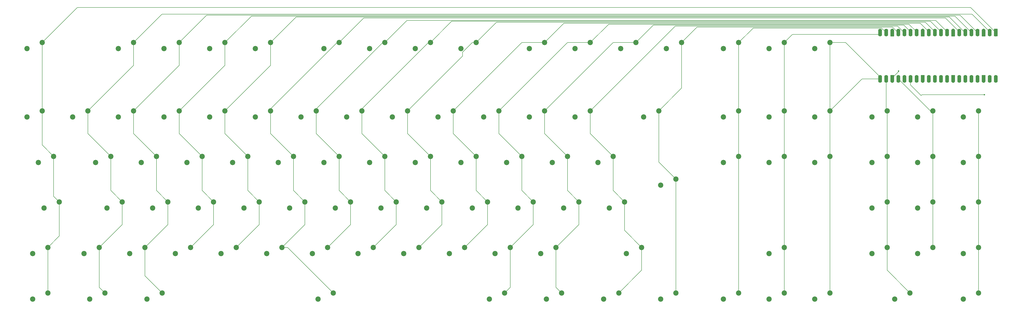
<source format=gbr>
%TF.GenerationSoftware,KiCad,Pcbnew,9.0.6*%
%TF.CreationDate,2026-01-11T11:58:47+00:00*%
%TF.ProjectId,keebv3,6b656562-7633-42e6-9b69-6361645f7063,rev?*%
%TF.SameCoordinates,Original*%
%TF.FileFunction,Copper,L1,Top*%
%TF.FilePolarity,Positive*%
%FSLAX46Y46*%
G04 Gerber Fmt 4.6, Leading zero omitted, Abs format (unit mm)*
G04 Created by KiCad (PCBNEW 9.0.6) date 2026-01-11 11:58:47*
%MOMM*%
%LPD*%
G01*
G04 APERTURE LIST*
G04 Aperture macros list*
%AMRoundRect*
0 Rectangle with rounded corners*
0 $1 Rounding radius*
0 $2 $3 $4 $5 $6 $7 $8 $9 X,Y pos of 4 corners*
0 Add a 4 corners polygon primitive as box body*
4,1,4,$2,$3,$4,$5,$6,$7,$8,$9,$2,$3,0*
0 Add four circle primitives for the rounded corners*
1,1,$1+$1,$2,$3*
1,1,$1+$1,$4,$5*
1,1,$1+$1,$6,$7*
1,1,$1+$1,$8,$9*
0 Add four rect primitives between the rounded corners*
20,1,$1+$1,$2,$3,$4,$5,0*
20,1,$1+$1,$4,$5,$6,$7,0*
20,1,$1+$1,$6,$7,$8,$9,0*
20,1,$1+$1,$8,$9,$2,$3,0*%
%AMFreePoly0*
4,1,37,0.800000,0.796148,0.878414,0.796148,1.032228,0.765552,1.177117,0.705537,1.307515,0.618408,1.418408,0.507515,1.505537,0.377117,1.565552,0.232228,1.596148,0.078414,1.596148,-0.078414,1.565552,-0.232228,1.505537,-0.377117,1.418408,-0.507515,1.307515,-0.618408,1.177117,-0.705537,1.032228,-0.765552,0.878414,-0.796148,0.800000,-0.796148,0.800000,-0.800000,-1.400000,-0.800000,
-1.403843,-0.796157,-1.439018,-0.796157,-1.511114,-0.766294,-1.566294,-0.711114,-1.596157,-0.639018,-1.596157,-0.603843,-1.600000,-0.600000,-1.600000,0.600000,-1.596157,0.603843,-1.596157,0.639018,-1.566294,0.711114,-1.511114,0.766294,-1.439018,0.796157,-1.403843,0.796157,-1.400000,0.800000,0.800000,0.800000,0.800000,0.796148,0.800000,0.796148,$1*%
%AMFreePoly1*
4,1,37,1.403843,0.796157,1.439018,0.796157,1.511114,0.766294,1.566294,0.711114,1.596157,0.639018,1.596157,0.603843,1.600000,0.600000,1.600000,-0.600000,1.596157,-0.603843,1.596157,-0.639018,1.566294,-0.711114,1.511114,-0.766294,1.439018,-0.796157,1.403843,-0.796157,1.400000,-0.800000,-0.800000,-0.800000,-0.800000,-0.796148,-0.878414,-0.796148,-1.032228,-0.765552,-1.177117,-0.705537,
-1.307515,-0.618408,-1.418408,-0.507515,-1.505537,-0.377117,-1.565552,-0.232228,-1.596148,-0.078414,-1.596148,0.078414,-1.565552,0.232228,-1.505537,0.377117,-1.418408,0.507515,-1.307515,0.618408,-1.177117,0.705537,-1.032228,0.765552,-0.878414,0.796148,-0.800000,0.796148,-0.800000,0.800000,1.400000,0.800000,1.403843,0.796157,1.403843,0.796157,$1*%
%AMFreePoly2*
4,1,37,0.603843,0.796157,0.639018,0.796157,0.711114,0.766294,0.766294,0.711114,0.796157,0.639018,0.796157,0.603843,0.800000,0.600000,0.800000,-0.600000,0.796157,-0.603843,0.796157,-0.639018,0.766294,-0.711114,0.711114,-0.766294,0.639018,-0.796157,0.603843,-0.796157,0.600000,-0.800000,0.000000,-0.800000,0.000000,-0.796148,-0.078414,-0.796148,-0.232228,-0.765552,-0.377117,-0.705537,
-0.507515,-0.618408,-0.618408,-0.507515,-0.705537,-0.377117,-0.765552,-0.232228,-0.796148,-0.078414,-0.796148,0.078414,-0.765552,0.232228,-0.705537,0.377117,-0.618408,0.507515,-0.507515,0.618408,-0.377117,0.705537,-0.232228,0.765552,-0.078414,0.796148,0.000000,0.796148,0.000000,0.800000,0.600000,0.800000,0.603843,0.796157,0.603843,0.796157,$1*%
%AMFreePoly3*
4,1,37,0.000000,0.796148,0.078414,0.796148,0.232228,0.765552,0.377117,0.705537,0.507515,0.618408,0.618408,0.507515,0.705537,0.377117,0.765552,0.232228,0.796148,0.078414,0.796148,-0.078414,0.765552,-0.232228,0.705537,-0.377117,0.618408,-0.507515,0.507515,-0.618408,0.377117,-0.705537,0.232228,-0.765552,0.078414,-0.796148,0.000000,-0.796148,0.000000,-0.800000,-0.600000,-0.800000,
-0.603843,-0.796157,-0.639018,-0.796157,-0.711114,-0.766294,-0.766294,-0.711114,-0.796157,-0.639018,-0.796157,-0.603843,-0.800000,-0.600000,-0.800000,0.600000,-0.796157,0.603843,-0.796157,0.639018,-0.766294,0.711114,-0.711114,0.766294,-0.639018,0.796157,-0.603843,0.796157,-0.600000,0.800000,0.000000,0.800000,0.000000,0.796148,0.000000,0.796148,$1*%
G04 Aperture macros list end*
%TA.AperFunction,ComponentPad*%
%ADD10C,2.200000*%
%TD*%
%TA.AperFunction,SMDPad,CuDef*%
%ADD11FreePoly0,270.000000*%
%TD*%
%TA.AperFunction,ComponentPad*%
%ADD12RoundRect,0.200000X-0.600000X0.600000X-0.600000X-0.600000X0.600000X-0.600000X0.600000X0.600000X0*%
%TD*%
%TA.AperFunction,SMDPad,CuDef*%
%ADD13RoundRect,0.800000X-0.000010X0.800000X-0.000010X-0.800000X0.000010X-0.800000X0.000010X0.800000X0*%
%TD*%
%TA.AperFunction,ComponentPad*%
%ADD14C,1.600000*%
%TD*%
%TA.AperFunction,SMDPad,CuDef*%
%ADD15FreePoly1,270.000000*%
%TD*%
%TA.AperFunction,ComponentPad*%
%ADD16FreePoly2,270.000000*%
%TD*%
%TA.AperFunction,ComponentPad*%
%ADD17FreePoly3,270.000000*%
%TD*%
%TA.AperFunction,ViaPad*%
%ADD18C,0.600000*%
%TD*%
%TA.AperFunction,Conductor*%
%ADD19C,0.200000*%
%TD*%
G04 APERTURE END LIST*
D10*
%TO.P,MX29,1,1*%
%TO.N,/COL 12*%
X266700000Y-66675000D03*
%TO.P,MX29,2,2*%
%TO.N,Net-(D29-A)*%
X260350000Y-69215000D03*
%TD*%
%TO.P,MX10,1,1*%
%TO.N,/COL 9*%
X247650000Y-38100000D03*
%TO.P,MX10,2,2*%
%TO.N,Net-(D10-A)*%
X241300000Y-40640000D03*
%TD*%
%TO.P,MX39,1,1*%
%TO.N,/COL 2*%
X85725000Y-85725000D03*
%TO.P,MX39,2,2*%
%TO.N,Net-(D39-A)*%
X79375000Y-88265000D03*
%TD*%
%TO.P,MX31,1,1*%
%TO.N,/COL 14*%
X328612500Y-66675000D03*
%TO.P,MX31,2,2*%
%TO.N,Net-(D31-A)*%
X322262500Y-69215000D03*
%TD*%
%TO.P,MX72,1,1*%
%TO.N,/COL 19*%
X428625000Y-104775000D03*
%TO.P,MX72,2,2*%
%TO.N,Net-(D72-A)*%
X422275000Y-107315000D03*
%TD*%
%TO.P,MX15,1,1*%
%TO.N,/COL 15*%
X347662500Y-38100000D03*
%TO.P,MX15,2,2*%
%TO.N,Net-(D15-A)*%
X341312500Y-40640000D03*
%TD*%
%TO.P,MX48,1,1*%
%TO.N,/COL 11*%
X257175000Y-85725000D03*
%TO.P,MX48,2,2*%
%TO.N,Net-(D48-A)*%
X250825000Y-88265000D03*
%TD*%
%TO.P,MX40,1,1*%
%TO.N,/COL 3*%
X104775000Y-85725000D03*
%TO.P,MX40,2,2*%
%TO.N,Net-(D40-A)*%
X98425000Y-88265000D03*
%TD*%
%TO.P,MX42,1,1*%
%TO.N,/COL 5*%
X142875000Y-85725000D03*
%TO.P,MX42,2,2*%
%TO.N,Net-(D42-A)*%
X136525000Y-88265000D03*
%TD*%
%TO.P,MX24,1,1*%
%TO.N,/COL 7*%
X171450000Y-66675000D03*
%TO.P,MX24,2,2*%
%TO.N,Net-(D24-A)*%
X165100000Y-69215000D03*
%TD*%
%TO.P,MX4,1,1*%
%TO.N,/COL 3*%
X114300000Y-38100000D03*
%TO.P,MX4,2,2*%
%TO.N,Net-(D4-A)*%
X107950000Y-40640000D03*
%TD*%
%TO.P,MX95,1,1*%
%TO.N,/COL 11*%
X254793750Y-142875000D03*
%TO.P,MX95,2,2*%
%TO.N,Net-(D95-A)*%
X248443750Y-145415000D03*
%TD*%
%TO.P,MX35,1,1*%
%TO.N,/COL 18*%
X409575000Y-66675000D03*
%TO.P,MX35,2,2*%
%TO.N,Net-(D35-A)*%
X403225000Y-69215000D03*
%TD*%
D11*
%TO.P,A1,1,GPIO0*%
%TO.N,/COL 0*%
X435850000Y-33940000D03*
D12*
X435850000Y-34740000D03*
D13*
%TO.P,A1,2,GPIO1*%
%TO.N,/COL 1*%
X433310000Y-33940000D03*
D14*
X433310000Y-34740000D03*
D15*
%TO.P,A1,3,GND*%
%TO.N,Net-(A1-GND-Pad13)*%
X430770000Y-33940000D03*
D16*
X430770000Y-34740000D03*
D13*
%TO.P,A1,4,GPIO2*%
%TO.N,/COL 2*%
X428230000Y-33940000D03*
D14*
X428230000Y-34740000D03*
D13*
%TO.P,A1,5,GPIO3*%
%TO.N,/COL 3*%
X425690000Y-33940000D03*
D14*
X425690000Y-34740000D03*
D13*
%TO.P,A1,6,GPIO4*%
%TO.N,/COL 4*%
X423150000Y-33940000D03*
D14*
X423150000Y-34740000D03*
D13*
%TO.P,A1,7,GPIO5*%
%TO.N,/COL 5*%
X420610000Y-33940000D03*
D14*
X420610000Y-34740000D03*
D15*
%TO.P,A1,8,GND*%
%TO.N,Net-(A1-GND-Pad13)*%
X418070000Y-33940000D03*
D16*
X418070000Y-34740000D03*
D13*
%TO.P,A1,9,GPIO6*%
%TO.N,/COL 6*%
X415530000Y-33940000D03*
D14*
X415530000Y-34740000D03*
D13*
%TO.P,A1,10,GPIO7*%
%TO.N,/COL 7*%
X412990000Y-33940000D03*
D14*
X412990000Y-34740000D03*
D13*
%TO.P,A1,11,GPIO8*%
%TO.N,/COL 8*%
X410450000Y-33940000D03*
D14*
X410450000Y-34740000D03*
D13*
%TO.P,A1,12,GPIO9*%
%TO.N,/COL 9*%
X407910000Y-33940000D03*
D14*
X407910000Y-34740000D03*
D15*
%TO.P,A1,13,GND*%
%TO.N,Net-(A1-GND-Pad13)*%
X405370000Y-33940000D03*
D16*
X405370000Y-34740000D03*
D13*
%TO.P,A1,14,GPIO10*%
%TO.N,/COL 10*%
X402830000Y-33940000D03*
D14*
X402830000Y-34740000D03*
D13*
%TO.P,A1,15,GPIO11*%
%TO.N,/COL 11*%
X400290000Y-33940000D03*
D14*
X400290000Y-34740000D03*
D13*
%TO.P,A1,16,GPIO12*%
%TO.N,/COL 12*%
X397750000Y-33940000D03*
D14*
X397750000Y-34740000D03*
D13*
%TO.P,A1,17,GPIO13*%
%TO.N,/COL 13*%
X395210000Y-33940000D03*
D14*
X395210000Y-34740000D03*
D15*
%TO.P,A1,18,GND*%
%TO.N,Net-(A1-GND-Pad13)*%
X392670000Y-33940000D03*
D16*
X392670000Y-34740000D03*
D13*
%TO.P,A1,19,GPIO14*%
%TO.N,/COL 14*%
X390130000Y-33940000D03*
D14*
X390130000Y-34740000D03*
D13*
%TO.P,A1,20,GPIO15*%
%TO.N,/COL 15*%
X387590000Y-33940000D03*
D14*
X387590000Y-34740000D03*
%TO.P,A1,21,GPIO16*%
%TO.N,/COL 16*%
X387590000Y-52520000D03*
D13*
X387590000Y-53320000D03*
D14*
%TO.P,A1,22,GPIO17*%
%TO.N,/COL 17*%
X390130000Y-52520000D03*
D13*
X390130000Y-53320000D03*
D17*
%TO.P,A1,23,GND*%
%TO.N,Net-(A1-GND-Pad13)*%
X392670000Y-52520000D03*
D11*
X392670000Y-53320000D03*
D14*
%TO.P,A1,24,GPIO18*%
%TO.N,/COL 18*%
X395210000Y-52520000D03*
D13*
X395210000Y-53320000D03*
D14*
%TO.P,A1,25,GPIO19*%
%TO.N,/COL 19*%
X397750000Y-52520000D03*
D13*
X397750000Y-53320000D03*
D14*
%TO.P,A1,26,GPIO20*%
%TO.N,/ROW 5*%
X400290000Y-52520000D03*
D13*
X400290000Y-53320000D03*
D14*
%TO.P,A1,27,GPIO21*%
%TO.N,/ROW 0*%
X402830000Y-52520000D03*
D13*
X402830000Y-53320000D03*
D17*
%TO.P,A1,28,GND*%
%TO.N,Net-(A1-GND-Pad13)*%
X405370000Y-52520000D03*
D11*
X405370000Y-53320000D03*
D14*
%TO.P,A1,29,GPIO22*%
%TO.N,/ROW 1*%
X407910000Y-52520000D03*
D13*
X407910000Y-53320000D03*
D14*
%TO.P,A1,30,RUN*%
%TO.N,unconnected-(A1-RUN-Pad30)*%
X410450000Y-52520000D03*
D13*
X410450000Y-53320000D03*
D14*
%TO.P,A1,31,GPIO26_ADC0*%
%TO.N,/ROW 2*%
X412990000Y-52520000D03*
D13*
X412990000Y-53320000D03*
D14*
%TO.P,A1,32,GPIO27_ADC1*%
%TO.N,/ROW 3*%
X415530000Y-52520000D03*
D13*
X415530000Y-53320000D03*
D17*
%TO.P,A1,33,AGND*%
%TO.N,unconnected-(A1-AGND-Pad33)*%
X418070000Y-52520000D03*
D11*
X418070000Y-53320000D03*
D14*
%TO.P,A1,34,GPIO28_ADC2*%
%TO.N,/ROW 4*%
X420610000Y-52520000D03*
D13*
X420610000Y-53320000D03*
D14*
%TO.P,A1,35,ADC_VREF*%
%TO.N,unconnected-(A1-ADC_VREF-Pad35)*%
X423150000Y-52520000D03*
D13*
X423150000Y-53320000D03*
D14*
%TO.P,A1,36,3V3*%
%TO.N,unconnected-(A1-3V3-Pad36)*%
X425690000Y-52520000D03*
D13*
X425690000Y-53320000D03*
D14*
%TO.P,A1,37,3V3_EN*%
%TO.N,unconnected-(A1-3V3_EN-Pad37)*%
X428230000Y-52520000D03*
D13*
X428230000Y-53320000D03*
D17*
%TO.P,A1,38,GND*%
%TO.N,Net-(A1-GND-Pad13)*%
X430770000Y-52520000D03*
D11*
X430770000Y-53320000D03*
D14*
%TO.P,A1,39,VSYS*%
%TO.N,unconnected-(A1-VSYS-Pad39)*%
X433310000Y-52520000D03*
D13*
X433310000Y-53320000D03*
D14*
%TO.P,A1,40,VBUS*%
%TO.N,unconnected-(A1-VBUS-Pad40)*%
X435850000Y-52520000D03*
D13*
X435850000Y-53320000D03*
%TD*%
D10*
%TO.P,MX89,1,1*%
%TO.N,/COL 19*%
X428625000Y-123825000D03*
%TO.P,MX89,2,2*%
%TO.N,Net-(D89-A)*%
X422275000Y-126365000D03*
%TD*%
%TO.P,MX75,1,1*%
%TO.N,/COL 2*%
X80962500Y-123825000D03*
%TO.P,MX75,2,2*%
%TO.N,Net-(D75-A)*%
X74612500Y-126365000D03*
%TD*%
%TO.P,MX63,1,1*%
%TO.N,/COL 6*%
X166687500Y-104775000D03*
%TO.P,MX63,2,2*%
%TO.N,Net-(D63-A)*%
X160337500Y-107315000D03*
%TD*%
%TO.P,MX46,1,1*%
%TO.N,/COL 9*%
X219075000Y-85725000D03*
%TO.P,MX46,2,2*%
%TO.N,Net-(D46-A)*%
X212725000Y-88265000D03*
%TD*%
%TO.P,MX91,1,1*%
%TO.N,/COL 1*%
X64293750Y-142875000D03*
%TO.P,MX91,2,2*%
%TO.N,Net-(D91-A)*%
X57943750Y-145415000D03*
%TD*%
%TO.P,MX23,1,1*%
%TO.N,/COL 6*%
X152400000Y-66675000D03*
%TO.P,MX23,2,2*%
%TO.N,Net-(D23-A)*%
X146050000Y-69215000D03*
%TD*%
%TO.P,MX1,1,1*%
%TO.N,/COL 0*%
X38100000Y-38100000D03*
%TO.P,MX1,2,2*%
%TO.N,Net-(D1-A)*%
X31750000Y-40640000D03*
%TD*%
%TO.P,MX5,1,1*%
%TO.N,/COL 4*%
X133350000Y-38100000D03*
%TO.P,MX5,2,2*%
%TO.N,Net-(D5-A)*%
X127000000Y-40640000D03*
%TD*%
%TO.P,MX98,1,1*%
%TO.N,/COL 14*%
X328612500Y-142875000D03*
%TO.P,MX98,2,2*%
%TO.N,Net-(D98-A)*%
X322262500Y-145415000D03*
%TD*%
%TO.P,MX22,1,1*%
%TO.N,/COL 5*%
X133350000Y-66675000D03*
%TO.P,MX22,2,2*%
%TO.N,Net-(D22-A)*%
X127000000Y-69215000D03*
%TD*%
%TO.P,MX17,1,1*%
%TO.N,/COL 0*%
X38100000Y-66675000D03*
%TO.P,MX17,2,2*%
%TO.N,Net-(D17-A)*%
X31750000Y-69215000D03*
%TD*%
%TO.P,MX62,1,1*%
%TO.N,/COL 5*%
X147637500Y-104775000D03*
%TO.P,MX62,2,2*%
%TO.N,Net-(D62-A)*%
X141287500Y-107315000D03*
%TD*%
%TO.P,MX78,1,1*%
%TO.N,/COL 5*%
X138112500Y-123825000D03*
%TO.P,MX78,2,2*%
%TO.N,Net-(D78-A)*%
X131762500Y-126365000D03*
%TD*%
%TO.P,MX74,1,1*%
%TO.N,/COL 1*%
X61912500Y-123825000D03*
%TO.P,MX74,2,2*%
%TO.N,Net-(D74-A)*%
X55562500Y-126365000D03*
%TD*%
%TO.P,MX93,1,1*%
%TO.N,/COL 5*%
X159543750Y-142875000D03*
%TO.P,MX93,2,2*%
%TO.N,Net-(D93-A)*%
X153193750Y-145415000D03*
%TD*%
%TO.P,MX25,1,1*%
%TO.N,/COL 8*%
X190500000Y-66675000D03*
%TO.P,MX25,2,2*%
%TO.N,Net-(D25-A)*%
X184150000Y-69215000D03*
%TD*%
%TO.P,MX55,1,1*%
%TO.N,/COL 18*%
X409575000Y-85725000D03*
%TO.P,MX55,2,2*%
%TO.N,Net-(D55-A)*%
X403225000Y-88265000D03*
%TD*%
%TO.P,MX59,1,1*%
%TO.N,/COL 2*%
X90487500Y-104775000D03*
%TO.P,MX59,2,2*%
%TO.N,Net-(D59-A)*%
X84137500Y-107315000D03*
%TD*%
%TO.P,MX81,1,1*%
%TO.N,/COL 8*%
X195262500Y-123825000D03*
%TO.P,MX81,2,2*%
%TO.N,Net-(D81-A)*%
X188912500Y-126365000D03*
%TD*%
%TO.P,MX26,1,1*%
%TO.N,/COL 9*%
X209550000Y-66675000D03*
%TO.P,MX26,2,2*%
%TO.N,Net-(D26-A)*%
X203200000Y-69215000D03*
%TD*%
%TO.P,MX79,1,1*%
%TO.N,/COL 6*%
X157162500Y-123825000D03*
%TO.P,MX79,2,2*%
%TO.N,Net-(D79-A)*%
X150812500Y-126365000D03*
%TD*%
%TO.P,MX11,1,1*%
%TO.N,/COL 10*%
X266700000Y-38100000D03*
%TO.P,MX11,2,2*%
%TO.N,Net-(D11-A)*%
X260350000Y-40640000D03*
%TD*%
%TO.P,MX32,1,1*%
%TO.N,/COL 15*%
X347662500Y-66675000D03*
%TO.P,MX32,2,2*%
%TO.N,Net-(D32-A)*%
X341312500Y-69215000D03*
%TD*%
%TO.P,MX49,1,1*%
%TO.N,/COL 12*%
X276225000Y-85725000D03*
%TO.P,MX49,2,2*%
%TO.N,Net-(D49-A)*%
X269875000Y-88265000D03*
%TD*%
%TO.P,MX27,1,1*%
%TO.N,/COL 10*%
X228600000Y-66675000D03*
%TO.P,MX27,2,2*%
%TO.N,Net-(D27-A)*%
X222250000Y-69215000D03*
%TD*%
%TO.P,MX44,1,1*%
%TO.N,/COL 7*%
X180975000Y-85725000D03*
%TO.P,MX44,2,2*%
%TO.N,Net-(D44-A)*%
X174625000Y-88265000D03*
%TD*%
%TO.P,MX41,1,1*%
%TO.N,/COL 4*%
X123825000Y-85725000D03*
%TO.P,MX41,2,2*%
%TO.N,Net-(D41-A)*%
X117475000Y-88265000D03*
%TD*%
%TO.P,MX96,1,1*%
%TO.N,/COL 12*%
X278606250Y-142875000D03*
%TO.P,MX96,2,2*%
%TO.N,Net-(D96-A)*%
X272256250Y-145415000D03*
%TD*%
%TO.P,MX86,1,1*%
%TO.N,/COL 15*%
X347662500Y-123825000D03*
%TO.P,MX86,2,2*%
%TO.N,Net-(D86-A)*%
X341312500Y-126365000D03*
%TD*%
%TO.P,MX85,1,1*%
%TO.N,/COL 12*%
X288131250Y-123825000D03*
%TO.P,MX85,2,2*%
%TO.N,Net-(D85-A)*%
X281781250Y-126365000D03*
%TD*%
%TO.P,MX71,1,1*%
%TO.N,/COL 18*%
X409575000Y-104775000D03*
%TO.P,MX71,2,2*%
%TO.N,Net-(D71-A)*%
X403225000Y-107315000D03*
%TD*%
%TO.P,MX101,1,1*%
%TO.N,/COL 17*%
X400050000Y-142875000D03*
%TO.P,MX101,2,2*%
%TO.N,Net-(D101-A)*%
X393700000Y-145415000D03*
%TD*%
%TO.P,MX64,1,1*%
%TO.N,/COL 7*%
X185737500Y-104775000D03*
%TO.P,MX64,2,2*%
%TO.N,Net-(D64-A)*%
X179387500Y-107315000D03*
%TD*%
%TO.P,MX56,1,1*%
%TO.N,/COL 19*%
X428625000Y-85725000D03*
%TO.P,MX56,2,2*%
%TO.N,Net-(D56-A)*%
X422275000Y-88265000D03*
%TD*%
%TO.P,MX18,1,1*%
%TO.N,/COL 1*%
X57150000Y-66675000D03*
%TO.P,MX18,2,2*%
%TO.N,Net-(D18-A)*%
X50800000Y-69215000D03*
%TD*%
%TO.P,MX80,1,1*%
%TO.N,/COL 7*%
X176212500Y-123825000D03*
%TO.P,MX80,2,2*%
%TO.N,Net-(D80-A)*%
X169862500Y-126365000D03*
%TD*%
%TO.P,MX6,1,1*%
%TO.N,/COL 5*%
X161925000Y-38100000D03*
%TO.P,MX6,2,2*%
%TO.N,Net-(D6-A)*%
X155575000Y-40640000D03*
%TD*%
%TO.P,MX53,1,1*%
%TO.N,/COL 16*%
X366712500Y-85725000D03*
%TO.P,MX53,2,2*%
%TO.N,Net-(D53-A)*%
X360362500Y-88265000D03*
%TD*%
%TO.P,MX12,1,1*%
%TO.N,/COL 11*%
X285750000Y-38100000D03*
%TO.P,MX12,2,2*%
%TO.N,Net-(D12-A)*%
X279400000Y-40640000D03*
%TD*%
%TO.P,MX94,1,1*%
%TO.N,/COL 10*%
X230981250Y-142875000D03*
%TO.P,MX94,2,2*%
%TO.N,Net-(D94-A)*%
X224631250Y-145415000D03*
%TD*%
%TO.P,MX30,1,1*%
%TO.N,/COL 13*%
X295275000Y-66675000D03*
%TO.P,MX30,2,2*%
%TO.N,Net-(D30-A)*%
X288925000Y-69215000D03*
%TD*%
%TO.P,MX47,1,1*%
%TO.N,/COL 10*%
X238125000Y-85725000D03*
%TO.P,MX47,2,2*%
%TO.N,Net-(D47-A)*%
X231775000Y-88265000D03*
%TD*%
%TO.P,MX82,1,1*%
%TO.N,/COL 9*%
X214312500Y-123825000D03*
%TO.P,MX82,2,2*%
%TO.N,Net-(D82-A)*%
X207962500Y-126365000D03*
%TD*%
%TO.P,MX50,1,1*%
%TO.N,/COL 13*%
X302418750Y-95250000D03*
%TO.P,MX50,2,2*%
%TO.N,Net-(D50-A)*%
X296068750Y-97790000D03*
%TD*%
%TO.P,MX73,1,1*%
%TO.N,/COL 0*%
X40481250Y-123825000D03*
%TO.P,MX73,2,2*%
%TO.N,Net-(D73-A)*%
X34131250Y-126365000D03*
%TD*%
%TO.P,MX92,1,1*%
%TO.N,/COL 2*%
X88106250Y-142875000D03*
%TO.P,MX92,2,2*%
%TO.N,Net-(D92-A)*%
X81756250Y-145415000D03*
%TD*%
%TO.P,MX69,1,1*%
%TO.N,/COL 12*%
X280987500Y-104775000D03*
%TO.P,MX69,2,2*%
%TO.N,Net-(D69-A)*%
X274637500Y-107315000D03*
%TD*%
%TO.P,MX37,1,1*%
%TO.N,/COL 0*%
X42862500Y-85725000D03*
%TO.P,MX37,2,2*%
%TO.N,Net-(D37-A)*%
X36512500Y-88265000D03*
%TD*%
%TO.P,MX60,1,1*%
%TO.N,/COL 3*%
X109537500Y-104775000D03*
%TO.P,MX60,2,2*%
%TO.N,Net-(D60-A)*%
X103187500Y-107315000D03*
%TD*%
%TO.P,MX77,1,1*%
%TO.N,/COL 4*%
X119062500Y-123825000D03*
%TO.P,MX77,2,2*%
%TO.N,Net-(D77-A)*%
X112712500Y-126365000D03*
%TD*%
%TO.P,MX52,1,1*%
%TO.N,/COL 15*%
X347662500Y-85725000D03*
%TO.P,MX52,2,2*%
%TO.N,Net-(D52-A)*%
X341312500Y-88265000D03*
%TD*%
%TO.P,MX28,1,1*%
%TO.N,/COL 11*%
X247650000Y-66675000D03*
%TO.P,MX28,2,2*%
%TO.N,Net-(D28-A)*%
X241300000Y-69215000D03*
%TD*%
%TO.P,MX97,1,1*%
%TO.N,/COL 13*%
X302418750Y-142875000D03*
%TO.P,MX97,2,2*%
%TO.N,Net-(D97-A)*%
X296068750Y-145415000D03*
%TD*%
%TO.P,MX76,1,1*%
%TO.N,/COL 3*%
X100012500Y-123825000D03*
%TO.P,MX76,2,2*%
%TO.N,Net-(D76-A)*%
X93662500Y-126365000D03*
%TD*%
%TO.P,MX8,1,1*%
%TO.N,/COL 7*%
X200025000Y-38100000D03*
%TO.P,MX8,2,2*%
%TO.N,Net-(D8-A)*%
X193675000Y-40640000D03*
%TD*%
%TO.P,MX2,1,1*%
%TO.N,/COL 1*%
X76200000Y-38100000D03*
%TO.P,MX2,2,2*%
%TO.N,Net-(D2-A)*%
X69850000Y-40640000D03*
%TD*%
%TO.P,MX43,1,1*%
%TO.N,/COL 6*%
X161925000Y-85725000D03*
%TO.P,MX43,2,2*%
%TO.N,Net-(D43-A)*%
X155575000Y-88265000D03*
%TD*%
%TO.P,MX33,1,1*%
%TO.N,/COL 16*%
X366712500Y-66675000D03*
%TO.P,MX33,2,2*%
%TO.N,Net-(D33-A)*%
X360362500Y-69215000D03*
%TD*%
%TO.P,MX58,1,1*%
%TO.N,/COL 1*%
X71437500Y-104775000D03*
%TO.P,MX58,2,2*%
%TO.N,Net-(D58-A)*%
X65087500Y-107315000D03*
%TD*%
%TO.P,MX61,1,1*%
%TO.N,/COL 4*%
X128587500Y-104775000D03*
%TO.P,MX61,2,2*%
%TO.N,Net-(D61-A)*%
X122237500Y-107315000D03*
%TD*%
%TO.P,MX88,1,1*%
%TO.N,/COL 18*%
X409575000Y-123825000D03*
%TO.P,MX88,2,2*%
%TO.N,Net-(D88-A)*%
X403225000Y-126365000D03*
%TD*%
%TO.P,MX99,1,1*%
%TO.N,/COL 15*%
X347662500Y-142875000D03*
%TO.P,MX99,2,2*%
%TO.N,Net-(D99-A)*%
X341312500Y-145415000D03*
%TD*%
%TO.P,MX66,1,1*%
%TO.N,/COL 9*%
X223837500Y-104775000D03*
%TO.P,MX66,2,2*%
%TO.N,Net-(D66-A)*%
X217487500Y-107315000D03*
%TD*%
%TO.P,MX38,1,1*%
%TO.N,/COL 1*%
X66675000Y-85725000D03*
%TO.P,MX38,2,2*%
%TO.N,Net-(D38-A)*%
X60325000Y-88265000D03*
%TD*%
%TO.P,MX70,1,1*%
%TO.N,/COL 17*%
X390525000Y-104775000D03*
%TO.P,MX70,2,2*%
%TO.N,Net-(D70-A)*%
X384175000Y-107315000D03*
%TD*%
%TO.P,MX16,1,1*%
%TO.N,/COL 16*%
X366712500Y-38100000D03*
%TO.P,MX16,2,2*%
%TO.N,Net-(D16-A)*%
X360362500Y-40640000D03*
%TD*%
%TO.P,MX20,1,1*%
%TO.N,/COL 3*%
X95250000Y-66675000D03*
%TO.P,MX20,2,2*%
%TO.N,Net-(D20-A)*%
X88900000Y-69215000D03*
%TD*%
%TO.P,MX83,1,1*%
%TO.N,/COL 10*%
X233362500Y-123825000D03*
%TO.P,MX83,2,2*%
%TO.N,Net-(D83-A)*%
X227012500Y-126365000D03*
%TD*%
%TO.P,MX102,1,1*%
%TO.N,/COL 19*%
X428625000Y-142875000D03*
%TO.P,MX102,2,2*%
%TO.N,Net-(D102-A)*%
X422275000Y-145415000D03*
%TD*%
%TO.P,MX90,1,1*%
%TO.N,/COL 0*%
X40481250Y-142875000D03*
%TO.P,MX90,2,2*%
%TO.N,Net-(D90-A)*%
X34131250Y-145415000D03*
%TD*%
%TO.P,MX100,1,1*%
%TO.N,/COL 16*%
X366712500Y-142875000D03*
%TO.P,MX100,2,2*%
%TO.N,Net-(D100-A)*%
X360362500Y-145415000D03*
%TD*%
%TO.P,MX54,1,1*%
%TO.N,/COL 17*%
X390525000Y-85725000D03*
%TO.P,MX54,2,2*%
%TO.N,Net-(D54-A)*%
X384175000Y-88265000D03*
%TD*%
%TO.P,MX13,1,1*%
%TO.N,/COL 13*%
X304800000Y-38100000D03*
%TO.P,MX13,2,2*%
%TO.N,Net-(D13-A)*%
X298450000Y-40640000D03*
%TD*%
%TO.P,MX34,1,1*%
%TO.N,/COL 17*%
X390525000Y-66675000D03*
%TO.P,MX34,2,2*%
%TO.N,Net-(D34-A)*%
X384175000Y-69215000D03*
%TD*%
%TO.P,MX87,1,1*%
%TO.N,/COL 17*%
X390525000Y-123825000D03*
%TO.P,MX87,2,2*%
%TO.N,Net-(D87-A)*%
X384175000Y-126365000D03*
%TD*%
%TO.P,MX3,1,1*%
%TO.N,/COL 2*%
X95250000Y-38100000D03*
%TO.P,MX3,2,2*%
%TO.N,Net-(D3-A)*%
X88900000Y-40640000D03*
%TD*%
%TO.P,MX67,1,1*%
%TO.N,/COL 10*%
X242887500Y-104775000D03*
%TO.P,MX67,2,2*%
%TO.N,Net-(D67-A)*%
X236537500Y-107315000D03*
%TD*%
%TO.P,MX57,1,1*%
%TO.N,/COL 0*%
X45243750Y-104775000D03*
%TO.P,MX57,2,2*%
%TO.N,Net-(D57-A)*%
X38893750Y-107315000D03*
%TD*%
%TO.P,MX14,1,1*%
%TO.N,/COL 14*%
X328612500Y-38100000D03*
%TO.P,MX14,2,2*%
%TO.N,Net-(D14-A)*%
X322262500Y-40640000D03*
%TD*%
%TO.P,MX68,1,1*%
%TO.N,/COL 11*%
X261937500Y-104775000D03*
%TO.P,MX68,2,2*%
%TO.N,Net-(D68-A)*%
X255587500Y-107315000D03*
%TD*%
%TO.P,MX36,1,1*%
%TO.N,/COL 19*%
X428625000Y-66675000D03*
%TO.P,MX36,2,2*%
%TO.N,Net-(D36-A)*%
X422275000Y-69215000D03*
%TD*%
%TO.P,MX9,1,1*%
%TO.N,/COL 8*%
X219075000Y-38100000D03*
%TO.P,MX9,2,2*%
%TO.N,Net-(D9-A)*%
X212725000Y-40640000D03*
%TD*%
%TO.P,MX21,1,1*%
%TO.N,/COL 4*%
X114300000Y-66675000D03*
%TO.P,MX21,2,2*%
%TO.N,Net-(D21-A)*%
X107950000Y-69215000D03*
%TD*%
%TO.P,MX7,1,1*%
%TO.N,/COL 6*%
X180975000Y-38100000D03*
%TO.P,MX7,2,2*%
%TO.N,Net-(D7-A)*%
X174625000Y-40640000D03*
%TD*%
%TO.P,MX84,1,1*%
%TO.N,/COL 11*%
X252412500Y-123825000D03*
%TO.P,MX84,2,2*%
%TO.N,Net-(D84-A)*%
X246062500Y-126365000D03*
%TD*%
%TO.P,MX45,1,1*%
%TO.N,/COL 8*%
X200025000Y-85725000D03*
%TO.P,MX45,2,2*%
%TO.N,Net-(D45-A)*%
X193675000Y-88265000D03*
%TD*%
%TO.P,MX51,1,1*%
%TO.N,/COL 14*%
X328612500Y-85725000D03*
%TO.P,MX51,2,2*%
%TO.N,Net-(D51-A)*%
X322262500Y-88265000D03*
%TD*%
%TO.P,MX65,1,1*%
%TO.N,/COL 8*%
X204787500Y-104775000D03*
%TO.P,MX65,2,2*%
%TO.N,Net-(D65-A)*%
X198437500Y-107315000D03*
%TD*%
%TO.P,MX19,1,1*%
%TO.N,/COL 2*%
X76200000Y-66675000D03*
%TO.P,MX19,2,2*%
%TO.N,Net-(D19-A)*%
X69850000Y-69215000D03*
%TD*%
D18*
%TO.N,Net-(A1-GND-Pad13)*%
X395287500Y-50006250D03*
%TO.N,/ROW 5*%
X431090000Y-59920000D03*
%TD*%
D19*
%TO.N,/COL 16*%
X366712500Y-85725000D02*
X366712500Y-142875000D01*
X380067500Y-53320000D02*
X366712500Y-66675000D01*
X366712500Y-66675000D02*
X366712500Y-85725000D01*
X387590000Y-53320000D02*
X380067500Y-53320000D01*
X380067500Y-53320000D02*
X366712500Y-66675000D01*
X366712500Y-66675000D02*
X366712500Y-85725000D01*
X366712500Y-38100000D02*
X373170000Y-38100000D01*
X366712500Y-38100000D02*
X373170000Y-38100000D01*
X366712500Y-66675000D02*
X366712500Y-85725000D01*
X366712500Y-85725000D02*
X366712500Y-142875000D01*
X366712500Y-66675000D02*
X366712500Y-38100000D01*
X366712500Y-38100000D02*
X366712500Y-66675000D01*
X366712500Y-85725000D02*
X366712500Y-142875000D01*
X366712500Y-85725000D02*
X366712500Y-142875000D01*
X373170000Y-38100000D02*
X387590000Y-52520000D01*
X373170000Y-38100000D02*
X387590000Y-52520000D01*
X387590000Y-53320000D02*
X380067500Y-53320000D01*
X366712500Y-66675000D02*
X366712500Y-85725000D01*
%TO.N,/COL 18*%
X409575000Y-66675000D02*
X409575000Y-85725000D01*
X395210000Y-53320000D02*
X408565000Y-66675000D01*
X409575000Y-66675000D02*
X409575000Y-85725000D01*
X395210000Y-53320000D02*
X408565000Y-66675000D01*
X409575000Y-104775000D02*
X409575000Y-123825000D01*
X409575000Y-104775000D02*
X409575000Y-123825000D01*
X409575000Y-85725000D02*
X409575000Y-104775000D01*
X409575000Y-66675000D02*
X409575000Y-85725000D01*
X409575000Y-85725000D02*
X409575000Y-104775000D01*
X409575000Y-66675000D02*
X409575000Y-85725000D01*
X408565000Y-66675000D02*
X409575000Y-66675000D01*
X409575000Y-104775000D02*
X409575000Y-123825000D01*
X408565000Y-66675000D02*
X409575000Y-66675000D01*
X409575000Y-104775000D02*
X409575000Y-123825000D01*
X409575000Y-85725000D02*
X409575000Y-104775000D01*
X409575000Y-85725000D02*
X409575000Y-104775000D01*
%TO.N,/COL 6*%
X166687500Y-104775000D02*
X166687500Y-114300000D01*
X152400000Y-76200000D02*
X161925000Y-85725000D01*
X161925000Y-85725000D02*
X161925000Y-100012500D01*
X161925000Y-100012500D02*
X166687500Y-104775000D01*
X166687500Y-114300000D02*
X157162500Y-123825000D01*
X161925000Y-100012500D02*
X166687500Y-104775000D01*
X180975000Y-38100000D02*
X190244000Y-28831000D01*
X152400000Y-66675000D02*
X152400000Y-76200000D01*
X161925000Y-100012500D02*
X166687500Y-104775000D01*
X152400000Y-66675000D02*
X152400000Y-65890184D01*
X152400000Y-66675000D02*
X152400000Y-76200000D01*
X161925000Y-85725000D02*
X161925000Y-100012500D01*
X166687500Y-104775000D02*
X166687500Y-114300000D01*
X166687500Y-114300000D02*
X157162500Y-123825000D01*
X190244000Y-28831000D02*
X410752370Y-28831000D01*
X180190184Y-38100000D02*
X180975000Y-38100000D01*
X161925000Y-100012500D02*
X166687500Y-104775000D01*
X152400000Y-76200000D02*
X161925000Y-85725000D01*
X166687500Y-104775000D02*
X166687500Y-114300000D01*
X152400000Y-65890184D02*
X180190184Y-38100000D01*
X166687500Y-114300000D02*
X157162500Y-123825000D01*
X152400000Y-76200000D02*
X161925000Y-85725000D01*
X410752370Y-28831000D02*
X415530000Y-33608630D01*
X166687500Y-114300000D02*
X157162500Y-123825000D01*
X161925000Y-85725000D02*
X161925000Y-100012500D01*
X415530000Y-33608630D02*
X415530000Y-34740000D01*
X152400000Y-76200000D02*
X161925000Y-85725000D01*
X166687500Y-104775000D02*
X166687500Y-114300000D01*
X152400000Y-66675000D02*
X152400000Y-76200000D01*
X152400000Y-66675000D02*
X152400000Y-76200000D01*
X161925000Y-85725000D02*
X161925000Y-100012500D01*
%TO.N,Net-(A1-GND-Pad13)*%
X395287500Y-50006250D02*
X395287500Y-50305336D01*
X393072836Y-52520000D02*
X392670000Y-52520000D01*
X395287500Y-50305336D02*
X393072836Y-52520000D01*
%TO.N,/COL 0*%
X38100000Y-38100000D02*
X38100000Y-66675000D01*
X42862500Y-102393750D02*
X45243750Y-104775000D01*
X38100000Y-80962500D02*
X42862500Y-85725000D01*
X42862500Y-85725000D02*
X42862500Y-102393750D01*
X40481250Y-123825000D02*
X40481250Y-142875000D01*
X38100000Y-38100000D02*
X52750000Y-23450000D01*
X38100000Y-66675000D02*
X38100000Y-80962500D01*
X42862500Y-102393750D02*
X45243750Y-104775000D01*
X38100000Y-80962500D02*
X42862500Y-85725000D01*
X45243750Y-104775000D02*
X45243750Y-119062500D01*
X42862500Y-85725000D02*
X42862500Y-102393750D01*
X42862500Y-102393750D02*
X45243750Y-104775000D01*
X38100000Y-80962500D02*
X42862500Y-85725000D01*
X38100000Y-66675000D02*
X38100000Y-80962500D01*
X52750000Y-23450000D02*
X425360000Y-23450000D01*
X45243750Y-119062500D02*
X40481250Y-123825000D01*
X38100000Y-38100000D02*
X38100000Y-66675000D01*
X425360000Y-23450000D02*
X435850000Y-33940000D01*
X40481250Y-123825000D02*
X40481250Y-142875000D01*
X38100000Y-80962500D02*
X42862500Y-85725000D01*
X45243750Y-104775000D02*
X45243750Y-119062500D01*
X38100000Y-38100000D02*
X38100000Y-66675000D01*
X45243750Y-119062500D02*
X40481250Y-123825000D01*
X40481250Y-123825000D02*
X40481250Y-142875000D01*
X435850000Y-33940000D02*
X435850000Y-34740000D01*
X38100000Y-66675000D02*
X38100000Y-80962500D01*
X38100000Y-38100000D02*
X38100000Y-66675000D01*
X42862500Y-85725000D02*
X42862500Y-102393750D01*
X45243750Y-119062500D02*
X40481250Y-123825000D01*
X45243750Y-104775000D02*
X45243750Y-119062500D01*
X40481250Y-123825000D02*
X40481250Y-142875000D01*
X45243750Y-119062500D02*
X40481250Y-123825000D01*
X42862500Y-102393750D02*
X45243750Y-104775000D01*
X38100000Y-66675000D02*
X38100000Y-80962500D01*
X42862500Y-85725000D02*
X42862500Y-102393750D01*
X45243750Y-104775000D02*
X45243750Y-119062500D01*
%TO.N,/COL 3*%
X109537500Y-104775000D02*
X109537500Y-114300000D01*
X109537500Y-114300000D02*
X100012500Y-123825000D01*
X114300000Y-47625000D02*
X114300000Y-38100000D01*
X104775000Y-100012500D02*
X109537500Y-104775000D01*
X95250000Y-66675000D02*
X95250000Y-76200000D01*
X95250000Y-66675000D02*
X114300000Y-47625000D01*
X95250000Y-76200000D02*
X104775000Y-85725000D01*
X114300000Y-47625000D02*
X114300000Y-38100000D01*
X104775000Y-100012500D02*
X109537500Y-104775000D01*
X109537500Y-114300000D02*
X100012500Y-123825000D01*
X95250000Y-66675000D02*
X95250000Y-76200000D01*
X125342000Y-27058000D02*
X418808000Y-27058000D01*
X418808000Y-27058000D02*
X425690000Y-33940000D01*
X109537500Y-104775000D02*
X109537500Y-114300000D01*
X104775000Y-100012500D02*
X109537500Y-104775000D01*
X95250000Y-66675000D02*
X95250000Y-76200000D01*
X95250000Y-66675000D02*
X114300000Y-47625000D01*
X114300000Y-47625000D02*
X114300000Y-38100000D01*
X104775000Y-85725000D02*
X104775000Y-100012500D01*
X109537500Y-114300000D02*
X100012500Y-123825000D01*
X109537500Y-104775000D02*
X109537500Y-114300000D01*
X95250000Y-66675000D02*
X114300000Y-47625000D01*
X114300000Y-47625000D02*
X114300000Y-38100000D01*
X95250000Y-66675000D02*
X95250000Y-76200000D01*
X104775000Y-85725000D02*
X104775000Y-100012500D01*
X95250000Y-76200000D02*
X104775000Y-85725000D01*
X104775000Y-100012500D02*
X109537500Y-104775000D01*
X114300000Y-38100000D02*
X125342000Y-27058000D01*
X104775000Y-85725000D02*
X104775000Y-100012500D01*
X109537500Y-104775000D02*
X109537500Y-114300000D01*
X109537500Y-114300000D02*
X100012500Y-123825000D01*
X95250000Y-66675000D02*
X114300000Y-47625000D01*
X95250000Y-76200000D02*
X104775000Y-85725000D01*
X95250000Y-76200000D02*
X104775000Y-85725000D01*
X104775000Y-85725000D02*
X104775000Y-100012500D01*
%TO.N,/COL 19*%
X428625000Y-123825000D02*
X428625000Y-142875000D01*
X428625000Y-104775000D02*
X428625000Y-123825000D01*
X428625000Y-85725000D02*
X428625000Y-104775000D01*
X428625000Y-104775000D02*
X428625000Y-123825000D01*
X428625000Y-123825000D02*
X428625000Y-142875000D01*
X428625000Y-123825000D02*
X428625000Y-142875000D01*
X428625000Y-123825000D02*
X428625000Y-142875000D01*
X428625000Y-85725000D02*
X428625000Y-104775000D01*
X428625000Y-104775000D02*
X428625000Y-123825000D01*
X428625000Y-104775000D02*
X428625000Y-123825000D01*
X428625000Y-66675000D02*
X428625000Y-85725000D01*
X428625000Y-85725000D02*
X428625000Y-104775000D01*
X428625000Y-66675000D02*
X428625000Y-85725000D01*
X428625000Y-66675000D02*
X428625000Y-85725000D01*
X428625000Y-85725000D02*
X428625000Y-104775000D01*
X428625000Y-66675000D02*
X428625000Y-85725000D01*
%TO.N,/COL 17*%
X390525000Y-104775000D02*
X390525000Y-123825000D01*
X390525000Y-85725000D02*
X390525000Y-104775000D01*
X390525000Y-133350000D02*
X400050000Y-142875000D01*
X390525000Y-123825000D02*
X390525000Y-133350000D01*
X390525000Y-66675000D02*
X390525000Y-85725000D01*
X390525000Y-104775000D02*
X390525000Y-123825000D01*
X390525000Y-104775000D02*
X390525000Y-123825000D01*
X390525000Y-104775000D02*
X390525000Y-123825000D01*
X390130000Y-66280000D02*
X390525000Y-66675000D01*
X390525000Y-85725000D02*
X390525000Y-104775000D01*
X390525000Y-66675000D02*
X390525000Y-85725000D01*
X390130000Y-53320000D02*
X390130000Y-66280000D01*
X390525000Y-66675000D02*
X390525000Y-85725000D01*
X390525000Y-85725000D02*
X390525000Y-104775000D01*
X390525000Y-133350000D02*
X400050000Y-142875000D01*
X390525000Y-123825000D02*
X390525000Y-133350000D01*
X390525000Y-123825000D02*
X390525000Y-133350000D01*
X390130000Y-66280000D02*
X390525000Y-66675000D01*
X390525000Y-133350000D02*
X400050000Y-142875000D01*
X390525000Y-133350000D02*
X400050000Y-142875000D01*
X390525000Y-123825000D02*
X390525000Y-133350000D01*
X390525000Y-66675000D02*
X390525000Y-85725000D01*
X390130000Y-53320000D02*
X390130000Y-66280000D01*
X390525000Y-85725000D02*
X390525000Y-104775000D01*
%TO.N,/COL 7*%
X171450000Y-66675000D02*
X171450000Y-76200000D01*
X171450000Y-66675000D02*
X171450000Y-76200000D01*
X412990000Y-33608630D02*
X412990000Y-34740000D01*
X180975000Y-100012500D02*
X185737500Y-104775000D01*
X185737500Y-114300000D02*
X176212500Y-123825000D01*
X180975000Y-85725000D02*
X180975000Y-100012500D01*
X185737500Y-104775000D02*
X185737500Y-114300000D01*
X171450000Y-65890184D02*
X199240184Y-38100000D01*
X185737500Y-104775000D02*
X185737500Y-114300000D01*
X171450000Y-76200000D02*
X180975000Y-85725000D01*
X180975000Y-100012500D02*
X185737500Y-104775000D01*
X185737500Y-114300000D02*
X176212500Y-123825000D01*
X185737500Y-114300000D02*
X176212500Y-123825000D01*
X408613370Y-29232000D02*
X412990000Y-33608630D01*
X171450000Y-76200000D02*
X180975000Y-85725000D01*
X180975000Y-85725000D02*
X180975000Y-100012500D01*
X185737500Y-104775000D02*
X185737500Y-114300000D01*
X185737500Y-104775000D02*
X185737500Y-114300000D01*
X180975000Y-100012500D02*
X185737500Y-104775000D01*
X171450000Y-66675000D02*
X171450000Y-65890184D01*
X171450000Y-76200000D02*
X180975000Y-85725000D01*
X171450000Y-66675000D02*
X171450000Y-76200000D01*
X180975000Y-85725000D02*
X180975000Y-100012500D01*
X180975000Y-100012500D02*
X185737500Y-104775000D01*
X180975000Y-85725000D02*
X180975000Y-100012500D01*
X171450000Y-66675000D02*
X171450000Y-76200000D01*
X199240184Y-38100000D02*
X200025000Y-38100000D01*
X185737500Y-114300000D02*
X176212500Y-123825000D01*
X171450000Y-76200000D02*
X180975000Y-85725000D01*
X208893000Y-29232000D02*
X408613370Y-29232000D01*
X200025000Y-38100000D02*
X208893000Y-29232000D01*
%TO.N,/COL 10*%
X257175000Y-38100000D02*
X266700000Y-38100000D01*
X233362500Y-140493750D02*
X230981250Y-142875000D01*
X228600000Y-66675000D02*
X228600000Y-76200000D01*
X238125000Y-100012500D02*
X242887500Y-104775000D01*
X399656370Y-30435000D02*
X402830000Y-33608630D01*
X228600000Y-66675000D02*
X257175000Y-38100000D01*
X233362500Y-140493750D02*
X230981250Y-142875000D01*
X257175000Y-38100000D02*
X266700000Y-38100000D01*
X228600000Y-66675000D02*
X228600000Y-76200000D01*
X228600000Y-66675000D02*
X257175000Y-38100000D01*
X233362500Y-123825000D02*
X233362500Y-140493750D01*
X266700000Y-38100000D02*
X274365000Y-30435000D01*
X228600000Y-76200000D02*
X238125000Y-85725000D01*
X233362500Y-123825000D02*
X233362500Y-140493750D01*
X242887500Y-114300000D02*
X233362500Y-123825000D01*
X228600000Y-66675000D02*
X228600000Y-76200000D01*
X274365000Y-30435000D02*
X399656370Y-30435000D01*
X228600000Y-76200000D02*
X238125000Y-85725000D01*
X238125000Y-100012500D02*
X242887500Y-104775000D01*
X402830000Y-33608630D02*
X402830000Y-34740000D01*
X238125000Y-100012500D02*
X242887500Y-104775000D01*
X242887500Y-114300000D02*
X233362500Y-123825000D01*
X242887500Y-114300000D02*
X233362500Y-123825000D01*
X257175000Y-38100000D02*
X266700000Y-38100000D01*
X238125000Y-85725000D02*
X238125000Y-100012500D01*
X242887500Y-114300000D02*
X233362500Y-123825000D01*
X228600000Y-66675000D02*
X228600000Y-76200000D01*
X238125000Y-85725000D02*
X238125000Y-100012500D01*
X238125000Y-85725000D02*
X238125000Y-100012500D01*
X242887500Y-104775000D02*
X242887500Y-114300000D01*
X233362500Y-140493750D02*
X230981250Y-142875000D01*
X228600000Y-66675000D02*
X257175000Y-38100000D01*
X233362500Y-123825000D02*
X233362500Y-140493750D01*
X238125000Y-100012500D02*
X242887500Y-104775000D01*
X233362500Y-140493750D02*
X230981250Y-142875000D01*
X228600000Y-76200000D02*
X238125000Y-85725000D01*
X257175000Y-38100000D02*
X266700000Y-38100000D01*
X228600000Y-76200000D02*
X238125000Y-85725000D01*
X242887500Y-104775000D02*
X242887500Y-114300000D01*
X238125000Y-85725000D02*
X238125000Y-100012500D01*
X242887500Y-104775000D02*
X242887500Y-114300000D01*
X228600000Y-66675000D02*
X257175000Y-38100000D01*
X233362500Y-123825000D02*
X233362500Y-140493750D01*
X242887500Y-104775000D02*
X242887500Y-114300000D01*
%TO.N,/COL 15*%
X347662500Y-38100000D02*
X347662500Y-66675000D01*
X347662500Y-38100000D02*
X347662500Y-66675000D01*
X347662500Y-85725000D02*
X347662500Y-123825000D01*
X347662500Y-38100000D02*
X351022500Y-34740000D01*
X347662500Y-66675000D02*
X347662500Y-85725000D01*
X347662500Y-66675000D02*
X347662500Y-85725000D01*
X347662500Y-123825000D02*
X347662500Y-142875000D01*
X347662500Y-123825000D02*
X347662500Y-142875000D01*
X347662500Y-66675000D02*
X347662500Y-85725000D01*
X347662500Y-85725000D02*
X347662500Y-123825000D01*
X351022500Y-34740000D02*
X387590000Y-34740000D01*
X347662500Y-38100000D02*
X347662500Y-66675000D01*
X347662500Y-85725000D02*
X347662500Y-123825000D01*
X347662500Y-66675000D02*
X347662500Y-38100000D01*
X347662500Y-85725000D02*
X347662500Y-123825000D01*
X347662500Y-123825000D02*
X347662500Y-142875000D01*
X347662500Y-38100000D02*
X351022500Y-34740000D01*
X347662500Y-123825000D02*
X347662500Y-142875000D01*
X347662500Y-66675000D02*
X347662500Y-85725000D01*
X351022500Y-34740000D02*
X387590000Y-34740000D01*
%TO.N,/COL 14*%
X328612500Y-85725000D02*
X328612500Y-142875000D01*
X328612500Y-66675000D02*
X328612500Y-85725000D01*
X328612500Y-85725000D02*
X328612500Y-142875000D01*
X328612500Y-85725000D02*
X328612500Y-142875000D01*
X328612500Y-66675000D02*
X328612500Y-85725000D01*
X328612500Y-38100000D02*
X328612500Y-66675000D01*
X334673500Y-32039000D02*
X388229000Y-32039000D01*
X328612500Y-38100000D02*
X334673500Y-32039000D01*
X328612500Y-66675000D02*
X328612500Y-85725000D01*
X328612500Y-66675000D02*
X328612500Y-85725000D01*
X328612500Y-38100000D02*
X328612500Y-66675000D01*
X328612500Y-38100000D02*
X328612500Y-66675000D01*
X388229000Y-32039000D02*
X390130000Y-33940000D01*
X390130000Y-33940000D02*
X390130000Y-34740000D01*
X328612500Y-38100000D02*
X328612500Y-66675000D01*
X328612500Y-85725000D02*
X328612500Y-142875000D01*
%TO.N,/COL 11*%
X400290000Y-33608630D02*
X400290000Y-34740000D01*
X261937500Y-104775000D02*
X261937500Y-114300000D01*
X252412500Y-123825000D02*
X252412500Y-140493750D01*
X261937500Y-114300000D02*
X252412500Y-123825000D01*
X261937500Y-104775000D02*
X261937500Y-114300000D01*
X252412500Y-140493750D02*
X254793750Y-142875000D01*
X247650000Y-66675000D02*
X276225000Y-38100000D01*
X276225000Y-38100000D02*
X285750000Y-38100000D01*
X252412500Y-140493750D02*
X254793750Y-142875000D01*
X397517370Y-30836000D02*
X400290000Y-33608630D01*
X252412500Y-140493750D02*
X254793750Y-142875000D01*
X247650000Y-66675000D02*
X276225000Y-38100000D01*
X257175000Y-100012500D02*
X261937500Y-104775000D01*
X247650000Y-76200000D02*
X257175000Y-85725000D01*
X247650000Y-66675000D02*
X247650000Y-76200000D01*
X257175000Y-85725000D02*
X257175000Y-100012500D01*
X293014000Y-30836000D02*
X397517370Y-30836000D01*
X247650000Y-66675000D02*
X276225000Y-38100000D01*
X257175000Y-85725000D02*
X257175000Y-100012500D01*
X257175000Y-85725000D02*
X257175000Y-100012500D01*
X247650000Y-76200000D02*
X257175000Y-85725000D01*
X252412500Y-140493750D02*
X254793750Y-142875000D01*
X276225000Y-38100000D02*
X285750000Y-38100000D01*
X276225000Y-38100000D02*
X285750000Y-38100000D01*
X252412500Y-123825000D02*
X252412500Y-140493750D01*
X285750000Y-38100000D02*
X293014000Y-30836000D01*
X261937500Y-114300000D02*
X252412500Y-123825000D01*
X261937500Y-114300000D02*
X252412500Y-123825000D01*
X257175000Y-100012500D02*
X261937500Y-104775000D01*
X247650000Y-76200000D02*
X257175000Y-85725000D01*
X276225000Y-38100000D02*
X285750000Y-38100000D01*
X257175000Y-100012500D02*
X261937500Y-104775000D01*
X257175000Y-100012500D02*
X261937500Y-104775000D01*
X247650000Y-66675000D02*
X276225000Y-38100000D01*
X261937500Y-114300000D02*
X252412500Y-123825000D01*
X247650000Y-66675000D02*
X247650000Y-76200000D01*
X257175000Y-85725000D02*
X257175000Y-100012500D01*
X261937500Y-104775000D02*
X261937500Y-114300000D01*
X247650000Y-66675000D02*
X247650000Y-76200000D01*
X247650000Y-76200000D02*
X257175000Y-85725000D01*
X247650000Y-66675000D02*
X247650000Y-76200000D01*
X252412500Y-123825000D02*
X252412500Y-140493750D01*
X252412500Y-123825000D02*
X252412500Y-140493750D01*
X261937500Y-104775000D02*
X261937500Y-114300000D01*
%TO.N,/COL 5*%
X147637500Y-104775000D02*
X147637500Y-114300000D01*
X138112500Y-123825000D02*
X140493750Y-123825000D01*
X133350000Y-66675000D02*
X133350000Y-65890184D01*
X133350000Y-66675000D02*
X133350000Y-76200000D01*
X133350000Y-65890184D02*
X161140184Y-38100000D01*
X161140184Y-38100000D02*
X161925000Y-38100000D01*
X147637500Y-104775000D02*
X147637500Y-114300000D01*
X133350000Y-66675000D02*
X133350000Y-76200000D01*
X133350000Y-66675000D02*
X133350000Y-76200000D01*
X147637500Y-114300000D02*
X138112500Y-123825000D01*
X142875000Y-100012500D02*
X147637500Y-104775000D01*
X147637500Y-104775000D02*
X147637500Y-114300000D01*
X133350000Y-76200000D02*
X142875000Y-85725000D01*
X147637500Y-114300000D02*
X138112500Y-123825000D01*
X147637500Y-114300000D02*
X138112500Y-123825000D01*
X140493750Y-123825000D02*
X159543750Y-142875000D01*
X161925000Y-38100000D02*
X172165000Y-27860000D01*
X142875000Y-85725000D02*
X142875000Y-100012500D01*
X138112500Y-123825000D02*
X140493750Y-123825000D01*
X133350000Y-76200000D02*
X142875000Y-85725000D01*
X172165000Y-27860000D02*
X414861370Y-27860000D01*
X140493750Y-123825000D02*
X159543750Y-142875000D01*
X133350000Y-66675000D02*
X133350000Y-76200000D01*
X140493750Y-123825000D02*
X159543750Y-142875000D01*
X142875000Y-85725000D02*
X142875000Y-100012500D01*
X133350000Y-76200000D02*
X142875000Y-85725000D01*
X142875000Y-100012500D02*
X147637500Y-104775000D01*
X142875000Y-85725000D02*
X142875000Y-100012500D01*
X147637500Y-114300000D02*
X138112500Y-123825000D01*
X420610000Y-33608630D02*
X420610000Y-34740000D01*
X147637500Y-104775000D02*
X147637500Y-114300000D01*
X142875000Y-100012500D02*
X147637500Y-104775000D01*
X138112500Y-123825000D02*
X140493750Y-123825000D01*
X138112500Y-123825000D02*
X140493750Y-123825000D01*
X140493750Y-123825000D02*
X159543750Y-142875000D01*
X414861370Y-27860000D02*
X420610000Y-33608630D01*
X133350000Y-76200000D02*
X142875000Y-85725000D01*
X142875000Y-85725000D02*
X142875000Y-100012500D01*
X142875000Y-100012500D02*
X147637500Y-104775000D01*
%TO.N,/COL 8*%
X200025000Y-85725000D02*
X200025000Y-100012500D01*
X213440000Y-42179366D02*
X213440000Y-43735000D01*
X204787500Y-104775000D02*
X204787500Y-114300000D01*
X219075000Y-38100000D02*
X227542000Y-29633000D01*
X200025000Y-100012500D02*
X204787500Y-104775000D01*
X200025000Y-85725000D02*
X200025000Y-100012500D01*
X204787500Y-114300000D02*
X195262500Y-123825000D01*
X204787500Y-114300000D02*
X195262500Y-123825000D01*
X190500000Y-76200000D02*
X200025000Y-85725000D01*
X410450000Y-33608630D02*
X410450000Y-34740000D01*
X406474370Y-29633000D02*
X410450000Y-33608630D01*
X204787500Y-104775000D02*
X204787500Y-114300000D01*
X190500000Y-66675000D02*
X190500000Y-76200000D01*
X204787500Y-114300000D02*
X195262500Y-123825000D01*
X213440000Y-43735000D02*
X190500000Y-66675000D01*
X190500000Y-76200000D02*
X200025000Y-85725000D01*
X190500000Y-76200000D02*
X200025000Y-85725000D01*
X219075000Y-38100000D02*
X217519366Y-38100000D01*
X217519366Y-38100000D02*
X213440000Y-42179366D01*
X200025000Y-100012500D02*
X204787500Y-104775000D01*
X204787500Y-114300000D02*
X195262500Y-123825000D01*
X200025000Y-100012500D02*
X204787500Y-104775000D01*
X190500000Y-76200000D02*
X200025000Y-85725000D01*
X190500000Y-66675000D02*
X190500000Y-76200000D01*
X190500000Y-66675000D02*
X190500000Y-76200000D01*
X200025000Y-85725000D02*
X200025000Y-100012500D01*
X227542000Y-29633000D02*
X406474370Y-29633000D01*
X190500000Y-66675000D02*
X190500000Y-76200000D01*
X204787500Y-104775000D02*
X204787500Y-114300000D01*
X200025000Y-100012500D02*
X204787500Y-104775000D01*
X204787500Y-104775000D02*
X204787500Y-114300000D01*
X200025000Y-85725000D02*
X200025000Y-100012500D01*
%TO.N,/COL 12*%
X280987500Y-116681250D02*
X288131250Y-123825000D01*
X266700000Y-66675000D02*
X266700000Y-76200000D01*
X280987500Y-104775000D02*
X280987500Y-116681250D01*
X280987500Y-116681250D02*
X288131250Y-123825000D01*
X397750000Y-34122950D02*
X394864050Y-31237000D01*
X276225000Y-100012500D02*
X280987500Y-104775000D01*
X266700000Y-66675000D02*
X266700000Y-76200000D01*
X280987500Y-116681250D02*
X288131250Y-123825000D01*
X288131250Y-123825000D02*
X288131250Y-133350000D01*
X266700000Y-66675000D02*
X266700000Y-76200000D01*
X288131250Y-123825000D02*
X288131250Y-133350000D01*
X394864050Y-31237000D02*
X302138000Y-31237000D01*
X280987500Y-104775000D02*
X280987500Y-116681250D01*
X276225000Y-85725000D02*
X276225000Y-100012500D01*
X276225000Y-85725000D02*
X276225000Y-100012500D01*
X288131250Y-123825000D02*
X288131250Y-133350000D01*
X276225000Y-85725000D02*
X276225000Y-100012500D01*
X276225000Y-100012500D02*
X280987500Y-104775000D01*
X266700000Y-76200000D02*
X276225000Y-85725000D01*
X280987500Y-104775000D02*
X280987500Y-116681250D01*
X266700000Y-76200000D02*
X276225000Y-85725000D01*
X288131250Y-133350000D02*
X278606250Y-142875000D01*
X288131250Y-123825000D02*
X288131250Y-133350000D01*
X266700000Y-76200000D02*
X276225000Y-85725000D01*
X280987500Y-104775000D02*
X280987500Y-116681250D01*
X302138000Y-31237000D02*
X266700000Y-66675000D01*
X288131250Y-133350000D02*
X278606250Y-142875000D01*
X276225000Y-85725000D02*
X276225000Y-100012500D01*
X266700000Y-76200000D02*
X276225000Y-85725000D01*
X288131250Y-133350000D02*
X278606250Y-142875000D01*
X288131250Y-133350000D02*
X278606250Y-142875000D01*
X266700000Y-66675000D02*
X266700000Y-76200000D01*
X276225000Y-100012500D02*
X280987500Y-104775000D01*
X397750000Y-34740000D02*
X397750000Y-34122950D01*
X280987500Y-116681250D02*
X288131250Y-123825000D01*
X276225000Y-100012500D02*
X280987500Y-104775000D01*
%TO.N,/COL 2*%
X95250000Y-47625000D02*
X95250000Y-38100000D01*
X80962500Y-135731250D02*
X88106250Y-142875000D01*
X76200000Y-76200000D02*
X85725000Y-85725000D01*
X85725000Y-85725000D02*
X85725000Y-100012500D01*
X85725000Y-100012500D02*
X90487500Y-104775000D01*
X85725000Y-100012500D02*
X90487500Y-104775000D01*
X90487500Y-114300000D02*
X80962500Y-123825000D01*
X90487500Y-114300000D02*
X80962500Y-123825000D01*
X76200000Y-66675000D02*
X76200000Y-76200000D01*
X76200000Y-66675000D02*
X95250000Y-47625000D01*
X85725000Y-100012500D02*
X90487500Y-104775000D01*
X90487500Y-104775000D02*
X90487500Y-114300000D01*
X80962500Y-123825000D02*
X80962500Y-135731250D01*
X90487500Y-104775000D02*
X90487500Y-114300000D01*
X76200000Y-66675000D02*
X76200000Y-76200000D01*
X90487500Y-114300000D02*
X80962500Y-123825000D01*
X95250000Y-47625000D02*
X95250000Y-38100000D01*
X80962500Y-135731250D02*
X88106250Y-142875000D01*
X80962500Y-123825000D02*
X80962500Y-135731250D01*
X90487500Y-114300000D02*
X80962500Y-123825000D01*
X106693000Y-26657000D02*
X95250000Y-38100000D01*
X76200000Y-66675000D02*
X95250000Y-47625000D01*
X76200000Y-66675000D02*
X76200000Y-76200000D01*
X85725000Y-85725000D02*
X85725000Y-100012500D01*
X90487500Y-104775000D02*
X90487500Y-114300000D01*
X85725000Y-85725000D02*
X85725000Y-100012500D01*
X90487500Y-104775000D02*
X90487500Y-114300000D01*
X76200000Y-76200000D02*
X85725000Y-85725000D01*
X85725000Y-85725000D02*
X85725000Y-100012500D01*
X76200000Y-76200000D02*
X85725000Y-85725000D01*
X428230000Y-33940000D02*
X420947000Y-26657000D01*
X76200000Y-76200000D02*
X85725000Y-85725000D01*
X80962500Y-135731250D02*
X88106250Y-142875000D01*
X420947000Y-26657000D02*
X106693000Y-26657000D01*
X95250000Y-47625000D02*
X95250000Y-38100000D01*
X76200000Y-66675000D02*
X76200000Y-76200000D01*
X80962500Y-123825000D02*
X80962500Y-135731250D01*
X76200000Y-66675000D02*
X95250000Y-47625000D01*
X85725000Y-100012500D02*
X90487500Y-104775000D01*
X80962500Y-123825000D02*
X80962500Y-135731250D01*
X95250000Y-47625000D02*
X95250000Y-38100000D01*
X76200000Y-66675000D02*
X95250000Y-47625000D01*
X80962500Y-135731250D02*
X88106250Y-142875000D01*
%TO.N,/COL 9*%
X209550000Y-76200000D02*
X219075000Y-85725000D01*
X209550000Y-66675000D02*
X209550000Y-76200000D01*
X223837500Y-104775000D02*
X223837500Y-114300000D01*
X209550000Y-76200000D02*
X219075000Y-85725000D01*
X209550000Y-66675000D02*
X238125000Y-38100000D01*
X238125000Y-38100000D02*
X247650000Y-38100000D01*
X247650000Y-38100000D02*
X255716000Y-30034000D01*
X209550000Y-66675000D02*
X209550000Y-76200000D01*
X223837500Y-114300000D02*
X214312500Y-123825000D01*
X209550000Y-66675000D02*
X209550000Y-76200000D01*
X219075000Y-100012500D02*
X223837500Y-104775000D01*
X223837500Y-104775000D02*
X223837500Y-114300000D01*
X219075000Y-85725000D02*
X219075000Y-100012500D01*
X219075000Y-85725000D02*
X219075000Y-100012500D01*
X219075000Y-100012500D02*
X223837500Y-104775000D01*
X209550000Y-66675000D02*
X238125000Y-38100000D01*
X223837500Y-104775000D02*
X223837500Y-114300000D01*
X209550000Y-66675000D02*
X238125000Y-38100000D01*
X209550000Y-66675000D02*
X209550000Y-76200000D01*
X209550000Y-76200000D02*
X219075000Y-85725000D01*
X223837500Y-114300000D02*
X214312500Y-123825000D01*
X404335370Y-30034000D02*
X407910000Y-33608630D01*
X209550000Y-66675000D02*
X238125000Y-38100000D01*
X238125000Y-38100000D02*
X247650000Y-38100000D01*
X219075000Y-85725000D02*
X219075000Y-100012500D01*
X407910000Y-33608630D02*
X407910000Y-34740000D01*
X219075000Y-85725000D02*
X219075000Y-100012500D01*
X238125000Y-38100000D02*
X247650000Y-38100000D01*
X238125000Y-38100000D02*
X247650000Y-38100000D01*
X209550000Y-76200000D02*
X219075000Y-85725000D01*
X219075000Y-100012500D02*
X223837500Y-104775000D01*
X219075000Y-100012500D02*
X223837500Y-104775000D01*
X223837500Y-114300000D02*
X214312500Y-123825000D01*
X223837500Y-114300000D02*
X214312500Y-123825000D01*
X223837500Y-104775000D02*
X223837500Y-114300000D01*
X255716000Y-30034000D02*
X404335370Y-30034000D01*
%TO.N,/ROW 5*%
X431090000Y-59920000D02*
X405020000Y-59920000D01*
X405020000Y-59920000D02*
X404660000Y-60280000D01*
X400290000Y-55910000D02*
X400290000Y-52520000D01*
X404660000Y-60280000D02*
X400290000Y-55910000D01*
%TO.N,/COL 4*%
X128587500Y-104775000D02*
X128587500Y-114300000D01*
X123825000Y-85725000D02*
X123825000Y-100012500D01*
X128587500Y-104775000D02*
X128587500Y-114300000D01*
X416486050Y-27459000D02*
X143991000Y-27459000D01*
X123825000Y-85725000D02*
X123825000Y-100012500D01*
X114300000Y-66675000D02*
X133350000Y-47625000D01*
X114300000Y-76200000D02*
X123825000Y-85725000D01*
X128587500Y-104775000D02*
X128587500Y-114300000D01*
X128587500Y-114300000D02*
X119062500Y-123825000D01*
X128587500Y-114300000D02*
X119062500Y-123825000D01*
X423150000Y-34122950D02*
X416486050Y-27459000D01*
X133350000Y-47625000D02*
X133350000Y-38100000D01*
X114300000Y-66675000D02*
X114300000Y-76200000D01*
X114300000Y-76200000D02*
X123825000Y-85725000D01*
X123825000Y-85725000D02*
X123825000Y-100012500D01*
X123825000Y-85725000D02*
X123825000Y-100012500D01*
X123825000Y-100012500D02*
X128587500Y-104775000D01*
X128587500Y-104775000D02*
X128587500Y-114300000D01*
X114300000Y-66675000D02*
X114300000Y-76200000D01*
X114300000Y-66675000D02*
X133350000Y-47625000D01*
X123825000Y-100012500D02*
X128587500Y-104775000D01*
X423150000Y-34740000D02*
X423150000Y-34122950D01*
X114300000Y-76200000D02*
X123825000Y-85725000D01*
X128587500Y-114300000D02*
X119062500Y-123825000D01*
X133350000Y-47625000D02*
X133350000Y-38100000D01*
X114300000Y-66675000D02*
X114300000Y-76200000D01*
X143991000Y-27459000D02*
X133350000Y-38100000D01*
X114300000Y-66675000D02*
X133350000Y-47625000D01*
X123825000Y-100012500D02*
X128587500Y-104775000D01*
X114300000Y-66675000D02*
X114300000Y-76200000D01*
X123825000Y-100012500D02*
X128587500Y-104775000D01*
X133350000Y-47625000D02*
X133350000Y-38100000D01*
X128587500Y-114300000D02*
X119062500Y-123825000D01*
X133350000Y-47625000D02*
X133350000Y-38100000D01*
X114300000Y-76200000D02*
X123825000Y-85725000D01*
X114300000Y-66675000D02*
X133350000Y-47625000D01*
%TO.N,/COL 1*%
X57150000Y-76200000D02*
X66675000Y-85725000D01*
X433310000Y-33608630D02*
X433310000Y-34740000D01*
X66675000Y-85725000D02*
X66675000Y-100012500D01*
X71437500Y-104775000D02*
X71437500Y-114300000D01*
X61912500Y-140493750D02*
X64293750Y-142875000D01*
X76200000Y-47625000D02*
X76200000Y-38100000D01*
X66675000Y-100012500D02*
X71437500Y-104775000D01*
X71437500Y-104775000D02*
X71437500Y-114300000D01*
X71437500Y-114300000D02*
X61912500Y-123825000D01*
X57150000Y-66675000D02*
X76200000Y-47625000D01*
X57150000Y-76200000D02*
X66675000Y-85725000D01*
X76200000Y-38100000D02*
X88044000Y-26256000D01*
X76200000Y-47625000D02*
X76200000Y-38100000D01*
X61912500Y-140493750D02*
X64293750Y-142875000D01*
X66675000Y-100012500D02*
X71437500Y-104775000D01*
X61912500Y-140493750D02*
X64293750Y-142875000D01*
X57150000Y-66675000D02*
X76200000Y-47625000D01*
X57150000Y-76200000D02*
X66675000Y-85725000D01*
X57150000Y-76200000D02*
X66675000Y-85725000D01*
X57150000Y-66675000D02*
X57150000Y-76200000D01*
X71437500Y-114300000D02*
X61912500Y-123825000D01*
X88044000Y-26256000D02*
X425957370Y-26256000D01*
X61912500Y-123825000D02*
X61912500Y-140493750D01*
X66675000Y-100012500D02*
X71437500Y-104775000D01*
X57150000Y-66675000D02*
X57150000Y-76200000D01*
X66675000Y-85725000D02*
X66675000Y-100012500D01*
X57150000Y-66675000D02*
X76200000Y-47625000D01*
X71437500Y-114300000D02*
X61912500Y-123825000D01*
X61912500Y-123825000D02*
X61912500Y-140493750D01*
X76200000Y-47625000D02*
X76200000Y-38100000D01*
X61912500Y-140493750D02*
X64293750Y-142875000D01*
X71437500Y-104775000D02*
X71437500Y-114300000D01*
X57150000Y-66675000D02*
X76200000Y-47625000D01*
X66675000Y-100012500D02*
X71437500Y-104775000D01*
X71437500Y-104775000D02*
X71437500Y-114300000D01*
X76200000Y-47625000D02*
X76200000Y-38100000D01*
X57150000Y-66675000D02*
X57150000Y-76200000D01*
X425957370Y-26256000D02*
X433310000Y-33608630D01*
X71437500Y-114300000D02*
X61912500Y-123825000D01*
X57150000Y-66675000D02*
X57150000Y-76200000D01*
X61912500Y-123825000D02*
X61912500Y-140493750D01*
X61912500Y-123825000D02*
X61912500Y-140493750D01*
X66675000Y-85725000D02*
X66675000Y-100012500D01*
X66675000Y-85725000D02*
X66675000Y-100012500D01*
%TO.N,/COL 13*%
X295275000Y-88106250D02*
X302418750Y-95250000D01*
X295275000Y-66675000D02*
X295275000Y-88106250D01*
X311262000Y-31638000D02*
X392732122Y-31638000D01*
X295275000Y-66675000D02*
X295275000Y-88106250D01*
X295275000Y-88106250D02*
X302418750Y-95250000D01*
X295275000Y-66675000D02*
X295275000Y-88106250D01*
X295275000Y-88106250D02*
X302418750Y-95250000D01*
X302418750Y-95250000D02*
X302418750Y-142875000D01*
X304800000Y-57150000D02*
X304800000Y-38100000D01*
X302418750Y-95250000D02*
X302418750Y-142875000D01*
X302418750Y-95250000D02*
X302418750Y-142875000D01*
X304800000Y-57150000D02*
X304800000Y-38100000D01*
X392732122Y-31638000D02*
X395210000Y-34115878D01*
X295275000Y-66675000D02*
X295275000Y-88106250D01*
X295275000Y-66675000D02*
X304800000Y-57150000D01*
X304800000Y-38100000D02*
X311262000Y-31638000D01*
X395210000Y-34115878D02*
X395210000Y-34740000D01*
X304800000Y-57150000D02*
X304800000Y-38100000D01*
X295275000Y-88106250D02*
X302418750Y-95250000D01*
X295275000Y-66675000D02*
X304800000Y-57150000D01*
X304800000Y-57150000D02*
X304800000Y-38100000D01*
X295275000Y-66675000D02*
X304800000Y-57150000D01*
X295275000Y-66675000D02*
X304800000Y-57150000D01*
X302418750Y-95250000D02*
X302418750Y-142875000D01*
%TD*%
M02*

</source>
